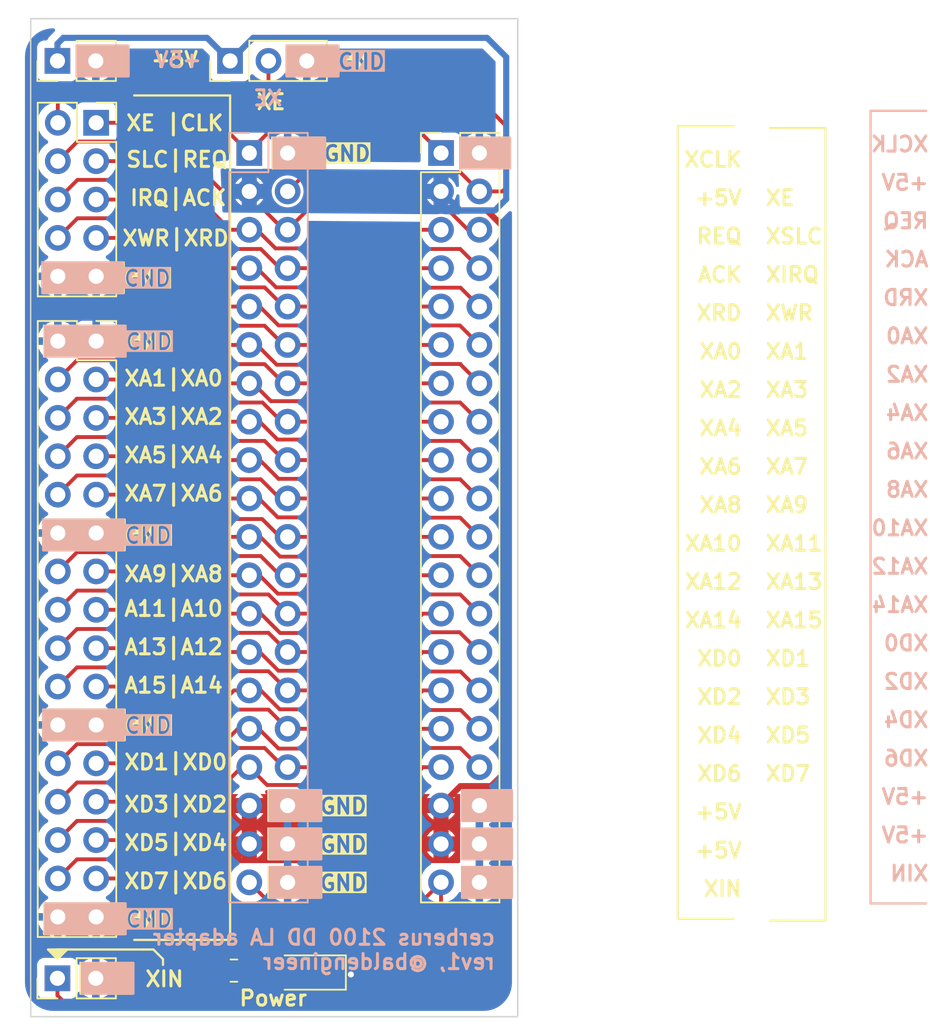
<source format=kicad_pcb>
(kicad_pcb (version 20240108) (generator "pcbnew") (generator_version "8.0")
  (layers (0 "F.Cu" signal) (31 "B.Cu" signal) (34 "B.Paste" user) (35 "F.Paste" user) (36 "B.SilkS" user "B.Silkscreen") (37 "F.SilkS" user "F.Silkscreen") (38 "B.Mask" user) (39 "F.Mask" user) (44 "Edge.Cuts" user))
  (net 0 "")
  (net 1 "/XA3")
  (net 2 "GND")
  (net 3 "/XA8")
  (net 4 "/XA11")
  (net 5 "/XD6")
  (net 6 "/XBUSREQ")
  (net 7 "/XD3")
  (net 8 "/XA7")
  (net 9 "/XA0")
  (net 10 "/XD0")
  (net 11 "+5V")
  (net 12 "/XE")
  (net 13 "/XCLK")
  (net 14 "/XWR")
  (net 15 "/XA14")
  (net 16 "/XIRQ")
  (net 17 "/XA2")
  (net 18 "/XA6")
  (net 19 "/XD1")
  (net 20 "/XA15")
  (net 21 "/XD2")
  (net 22 "/XA13")
  (net 23 "/XD5")
  (net 24 "/XA5")
  (net 25 "/XSLC")
  (net 26 "/XA10")
  (net 27 "/XRD")
  (net 28 "/XA12")
  (net 29 "/XBUSACK")
  (net 30 "/XA4")
  (net 31 "/XA9")
  (net 32 "/XD4")
  (net 33 "/XA1")
  (net 34 "/XIN")
  (net 35 "/XD7")
  (net 36 "Net-(D1-A)")
  (footprint "Connector_PinSocket_2.54mm:PinSocket_2x16_P2.54mm_Vertical" (layer "F.Cu") (at 139.72 78.486)
    (property "Reference" "J4" (hide yes))
    (property "Value" "Addr_Data")
  )
  (footprint "LED_SMD:LED_1206_3216Metric_Pad1.42x1.75mm_HandSolder" (layer "F.Cu") (at 153.797 120.269 180)
    (property "Reference" "D1" (hide yes))
    (property "Value" "Pwr")
  )
  (footprint "Connector_PinHeader_2.54mm:PinHeader_1x02_P2.54mm_Vertical" (layer "F.Cu") (at 137.155 120.65 90)
    (property "Reference" "J6" (hide yes))
    (property "Value" "XIN_LA")
  )
  (footprint "Connector_PinHeader_2.54mm:PinHeader_1x02_P2.54mm_Vertical" (layer "F.Cu") (at 137.155 59.944 90)
    (property "Reference" "J7" (hide yes))
    (property "Value" "Power")
  )
  (footprint "Connector_PinHeader_2.54mm:PinHeader_2x20_P2.54mm_Vertical" (layer "F.Cu") (at 162.56 66.039293)
    (property "Reference" "J2" (hide yes))
    (property "Value" "Card_Header")
  )
  (footprint "Connector_PinSocket_2.54mm:PinSocket_2x05_P2.54mm_Vertical" (layer "F.Cu") (at 139.72 64.038)
    (property "Reference" "J5" (hide yes))
    (property "Value" "CTRL2")
  )
  (footprint "Resistor_SMD:R_0805_2012Metric_Pad1.20x1.40mm_HandSolder" (layer "F.Cu") (at 148.844 120.142)
    (property "Reference" "R1" (hide yes))
    (property "Value" "1k")
  )
  (footprint "Connector_PinHeader_2.54mm:PinHeader_1x03_P2.54mm_Vertical" (layer "F.Cu") (at 148.59 59.944 90)
    (property "Reference" "J3" (hide yes))
    (property "Value" "XE_Header")
  )
  (footprint "Connector_PinSocket_2.54mm:PinSocket_2x20_P2.54mm_Vertical" (layer "B.Cu") (at 149.86 66.04 180)
    (property "Reference" "J1" (hide yes))
    (property "Value" "Cerberus_Expansion" (hide yes))
  )
  (gr_rect (start 136.2075 90.297) (end 141.5415 92.329) (stroke (width 0.15)) (fill solid) (layer "B.SilkS"))
  (gr_rect (start 136.15277 73.279) (end 141.48677 75.311) (stroke (width 0.15)) (fill solid) (layer "B.SilkS"))
  (gr_rect (start 163.957 113.284) (end 167.259 115.316) (stroke (width 0.15)) (fill solid) (layer "B.SilkS"))
  (gr_rect (start 138.43 58.928) (end 141.859 60.96) (stroke (width 0.15)) (fill solid) (layer "B.SilkS"))
  (gr_rect (start 151.20227 110.744) (end 154.63127 112.776) (stroke (width 0.15)) (fill solid) (layer "B.SilkS"))
  (gr_line (start 191.008 115.697) (end 191.008 63.246) (stroke (width 0.15)) (layer "B.SilkS"))
  (gr_rect (start 151.20227 108.204) (end 154.63127 110.236) (stroke (width 0.15)) (fill solid) (layer "B.SilkS"))
  (gr_line (start 191.008 63.246) (end 194.691 63.246) (stroke (width 0.15)) (layer "B.SilkS"))
  (gr_rect (start 136.3345 77.47) (end 141.6685 79.502) (stroke (width 0.15)) (fill solid) (layer "B.SilkS"))
  (gr_rect (start 136.2075 102.87) (end 141.5415 104.902) (stroke (width 0.15)) (fill solid) (layer "B.SilkS"))
  (gr_line (start 194.691 115.697) (end 191.008 115.697) (stroke (width 0.15)) (layer "B.SilkS"))
  (gr_rect (start 163.957 110.744) (end 167.259 112.776) (stroke (width 0.15)) (fill solid) (layer "B.SilkS"))
  (gr_rect (start 151.20227 113.284) (end 154.63127 115.316) (stroke (width 0.15)) (fill solid) (layer "B.SilkS"))
  (gr_rect (start 163.957 108.204) (end 167.259 110.236) (stroke (width 0.15)) (fill solid) (layer "B.SilkS"))
  (gr_rect (start 152.3365 58.928) (end 155.7655 60.96) (stroke (width 0.15)) (fill solid) (layer "B.SilkS"))
  (gr_rect (start 151.45627 65.024) (end 154.88527 67.056) (stroke (width 0.15)) (fill solid) (layer "B.SilkS"))
  (gr_rect (start 163.83 65.024) (end 167.132 67.056) (stroke (width 0.15)) (fill solid) (layer "B.SilkS"))
  (gr_rect (start 136.3345 115.697) (end 141.6685 117.729) (stroke (width 0.15)) (fill solid) (layer "B.SilkS"))
  (gr_rect (start 138.75627 119.634) (end 142.18527 121.666) (stroke (width 0.15)) (fill solid) (layer "B.SilkS"))
  (gr_line (start 137.16 118.745) (end 142.875 118.745) (stroke (width 0.15)) (layer "F.SilkS"))
  (gr_rect (start 138.684 119.634) (end 142.113 121.666) (stroke (width 0.15)) (fill solid) (layer "F.SilkS"))
  (gr_rect (start 138.43 58.928) (end 141.859 60.96) (stroke (width 0.15)) (fill solid) (layer "F.SilkS"))
  (gr_line (start 143.51 118.745) (end 144.145 119.38) (stroke (width 0.15)) (layer "F.SilkS"))
  (gr_line (start 178.2445 64.262) (end 181.9275 64.262) (stroke (width 0.15)) (layer "F.SilkS"))
  (gr_rect (start 136.271 77.47) (end 141.605 79.502) (stroke (width 0.15)) (fill solid) (layer "F.SilkS"))
  (gr_line (start 142.875 118.745) (end 143.51 118.745) (stroke (width 0.15)) (layer "F.SilkS"))
  (gr_line (start 181.9275 116.713) (end 178.2445 116.713) (stroke (width 0.15)) (layer "F.SilkS"))
  (gr_rect (start 152.32773 58.928) (end 155.75673 60.96) (stroke (width 0.15)) (fill solid) (layer "F.SilkS"))
  (gr_rect (start 136.271 90.297) (end 141.605 92.329) (stroke (width 0.15)) (fill solid) (layer "F.SilkS"))
  (gr_line (start 188.0235 116.84) (end 184.3405 116.84) (stroke (width 0.15)) (layer "F.SilkS"))
  (gr_line (start 188.0235 64.389) (end 188.0235 116.84) (stroke (width 0.15)) (layer "F.SilkS"))
  (gr_rect (start 151.384 65.024) (end 154.813 67.056) (stroke (width 0.15)) (fill solid) (layer "F.SilkS"))
  (gr_rect (start 163.83 65.024) (end 167.132 67.056) (stroke (width 0.15)) (fill solid) (layer "F.SilkS"))
  (gr_rect (start 163.957 113.284) (end 167.259 115.316) (stroke (width 0.15)) (fill solid) (layer "F.SilkS"))
  (gr_poly (pts (xy 137.795 118.745) (xy 137.16 119.38) (xy 136.525 118.745)) (stroke (width 0.15)) (fill solid) (layer "F.SilkS"))
  (gr_line (start 142.24 62.23) (end 148.59 62.23) (stroke (width 0.15)) (layer "F.SilkS"))
  (gr_rect (start 151.13 110.744) (end 154.559 112.776) (stroke (width 0.15)) (fill solid) (layer "F.SilkS"))
  (gr_rect (start 163.957 108.204) (end 167.259 110.236) (stroke (width 0.15)) (fill solid) (layer "F.SilkS"))
  (gr_rect (start 151.13 108.204) (end 154.559 110.236) (stroke (width 0.15)) (fill solid) (layer "F.SilkS"))
  (gr_line (start 148.59 118.11) (end 142.24 118.11) (stroke (width 0.15)) (layer "F.SilkS"))
  (gr_line (start 184.3405 64.389) (end 188.0235 64.389) (stroke (width 0.15)) (layer "F.SilkS"))
  (gr_line (start 178.2445 116.713) (end 178.2445 64.262) (stroke (width 0.15)) (layer "F.SilkS"))
  (gr_rect (start 163.957 110.744) (end 167.259 112.776) (stroke (width 0.15)) (fill solid) (layer "F.SilkS"))
  (gr_line (start 144.145 119.38) (end 144.145 119.761) (stroke (width 0.15)) (layer "F.SilkS"))
  (gr_line (start 137.16 119.38) (end 137.16 118.745) (stroke (width 0.15)) (layer "F.SilkS"))
  (gr_rect (start 136.271 115.697) (end 141.605 117.729) (stroke (width 0.15)) (fill solid) (layer "F.SilkS"))
  (gr_rect (start 151.13 113.284) (end 154.559 115.316) (stroke (width 0.15)) (fill solid) (layer "F.SilkS"))
  (gr_rect (start 136.271 102.87) (end 141.605 104.902) (stroke (width 0.15)) (fill solid) (layer "F.SilkS"))
  (gr_rect (start 136.2075 73.279) (end 141.5415 75.311) (stroke (width 0.15)) (fill solid) (layer "F.SilkS"))
  (gr_line (start 148.59 62.23) (end 148.59 118.11) (stroke (width 0.15)) (layer "F.SilkS"))
  (gr_rect (start 135.382 57.15) (end 167.64 123.19) (stroke (width 0.1)) (fill none) (layer "Edge.Cuts"))
  (gr_text "XD2" (at 194.945 101.6 -0) (layer "B.SilkS") (effects (font (size 1 1) (thickness 0.2)) (justify left bottom mirror)))
  (gr_text "+5V" (at 146.812 60.452 -0) (layer "B.SilkS") (effects (font (size 1 1) (thickness 0.2)) (justify left bottom mirror)))
  (gr_text "XA4" (at 194.945 83.82 -0) (layer "B.SilkS") (effects (font (size 1 1) (thickness 0.2)) (justify left bottom mirror)))
  (gr_text "XA10" (at 194.945 91.44 -0) (layer "B.SilkS") (effects (font (size 1 1) (thickness 0.2)) (justify left bottom mirror)))
  (gr_text "+5V" (at 194.945 68.58 -0) (layer "B.SilkS") (effects (font (size 1 1) (thickness 0.2)) (justify left bottom mirror)))
  (gr_text "XA6" (at 194.945 86.36 -0) (layer "B.SilkS") (effects (font (size 1 1) (thickness 0.2)) (justify left bottom mirror)))
  (gr_text "XE" (at 152.146 62.992 -0) (layer "B.SilkS") (effects (font (size 1 1) (thickness 0.2)) (justify left bottom mirror)))
  (gr_text "+5V" (at 194.945 109.22 -0) (layer "B.SilkS") (effects (font (size 1 1) (thickness 0.2)) (justify left bottom mirror)))
  (gr_text "XA2" (at 194.945 81.28 -0) (layer "B.SilkS") (effects (font (size 1 1) (thickness 0.2)) (justify left bottom mirror)))
  (gr_text "REQ" (at 194.945 71.12 -0) (layer "B.SilkS") (effects (font (size 1 1) (thickness 0.2)) (justify left bottom mirror)))
  (gr_text "XIN" (at 194.945 114.3 -0) (layer "B.SilkS") (effects (font (size 1 1) (thickness 0.2)) (justify left bottom mirror)))
  (gr_text "+5V" (at 194.945 111.76 -0) (layer "B.SilkS") (effects (font (size 1 1) (thickness 0.2)) (justify left bottom mirror)))
  (gr_text "XCLK" (at 194.945 66.04 -0) (layer "B.SilkS") (effects (font (size 1 1) (thickness 0.2)) (justify left bottom mirror)))
  (gr_text "GND" (at 141.42327 73.66 180) (layer "B.SilkS" knockout) (effects (font (size 1 1) (thickness 0.2) (bold yes)) (justify left bottom mirror)))
  (gr_text "XD4" (at 194.945 104.14 -0) (layer "B.SilkS") (effects (font (size 1 1) (thickness 0.2)) (justify left bottom mirror)))
  (gr_text "XRD" (at 194.945 76.2 -0) (layer "B.SilkS") (effects (font (size 1 1) (thickness 0.2)) (justify left bottom mirror)))
  (gr_text "XA8" (at 194.945 88.9 -0) (layer "B.SilkS") (effects (font (size 1 1) (thickness 0.2)) (justify left bottom mirror)))
  (gr_text "XA12" (at 194.945 93.98 -0) (layer "B.SilkS") (effects (font (size 1 1) (thickness 0.2)) (justify left bottom mirror)))
  (gr_text "XD0" (at 194.945 99.06 -0) (layer "B.SilkS") (effects (font (size 1 1) (thickness 0.2)) (justify left bottom mirror)))
  (gr_text "XD6" (at 194.945 106.68 -0) (layer "B.SilkS") (effects (font (size 1 1) (thickness 0.2)) (justify left bottom mirror)))
  (gr_text "GND" (at 141.605 116.078 180) (layer "B.SilkS" knockout) (effects (font (size 1 1) (thickness 0.2) (bold yes)) (justify left bottom mirror)))
  (gr_text "GND" (at 141.478 90.678 180) (layer "B.SilkS" knockout) (effects (font (size 1 1) (thickness 0.2) (bold yes)) (justify left bottom mirror)))
  (gr_text "GND" (at 141.478 103.251 180) (layer "B.SilkS" knockout) (effects (font (size 1 1) (thickness 0.2) (bold yes)) (justify left bottom mirror)))
  (gr_text "cerberus 2100 DD LA adapter\nrev1, @baldengineer" (at 166.243 120.142 0) (layer "B.SilkS") (effects (font (size 1 1) (thickness 0.2) (bold yes)) (justify left bottom mirror)))
  (gr_text "GND" (at 155.6385 59.309 180) (layer "B.SilkS" knockout) (effects (font (size 1 1) (thickness 0.2) (bold yes)) (justify left bottom mirror)))
  (gr_text "ACK" (at 194.945 73.66 -0) (layer "B.SilkS") (effects (font (size 1 1) (thickness 0.2)) (justify left bottom mirror)))
  (gr_text "XA14" (at 194.945 96.52 -0) (layer "B.SilkS") (effects (font (size 1 1) (thickness 0.2)) (justify left bottom mirror)))
  (gr_text "XA0" (at 194.945 78.74 -0) (layer "B.SilkS") (effects (font (size 1 1) (thickness 0.2)) (justify left bottom mirror)))
  (gr_text "GND" (at 141.605 77.851 180) (layer "B.SilkS" knockout) (effects (font (size 1 1) (thickness 0.2) (bold yes)) (justify left bottom mirror)))
  (gr_text "Power" (at 149.098 122.555 0) (layer "F.SilkS") (effects (font (size 1 1) (thickness 0.2) (bold yes)) (justify left bottom)))
  (gr_text "GND" (at 154.686 66.675 0) (layer "F.SilkS" knockout) (effects (font (size 1 1) (thickness 0.2) (bold yes)) (justify left bottom)))
  (gr_text "XA5" (at 183.9595 84.836 0) (layer "F.SilkS") (effects (font (size 1 1) (thickness 0.2)) (justify left bottom)))
  (gr_text "+5V" (at 179.276286 69.596 0) (layer "F.SilkS") (effects (font (size 1 1) (thickness 0.2)) (justify left bottom)))
  (gr_text "XA5|XA4" (at 141.478 86.614 0) (layer "F.SilkS") (effects (font (size 1 1) (thickness 0.2)) (justify left bottom)))
  (gr_text "XD7" (at 183.9595 107.696 0) (layer "F.SilkS") (effects (font (size 1 1) (thickness 0.2)) (justify left bottom)))
  (gr_text "A15|A14" (at 141.478 101.854 0) (layer "F.SilkS") (effects (font (size 1 1) (thickness 0.2)) (justify left bottom)))
  (gr_text "GND" (at 141.478 74.93 0) (layer "F.SilkS" knockout) (effects (font (size 1 1) (thickness 0.2) (bold yes)) (justify left bottom)))
  (gr_text "XA8" (at 179.562 89.916 0) (layer "F.SilkS") (effects (font (size 1 1) (thickness 0.2)) (justify left bottom)))
  (gr_text "GND" (at 141.5415 91.948 0) (layer "F.SilkS" knockout) (effects (font (size 1 1) (thickness 0.2) (bold yes)) (justify left bottom)))
  (gr_text "XA6" (at 179.562 87.376 0) (layer "F.SilkS") (effects (font (size 1 1) (thickness 0.2)) (justify left bottom)))
  (gr_text "REQ" (at 179.371524 72.136 0) (layer "F.SilkS") (effects (font (size 1 1) (thickness 0.2)) (justify left bottom)))
  (gr_text "A11|A10" (at 141.478 96.774 0) (layer "F.SilkS") (effects (font (size 1 1) (thickness 0.2)) (justify left bottom)))
  (gr_text "XD5|XD4" (at 141.478 112.268 0) (layer "F.SilkS") (effects (font (size 1 1) (thickness 0.2)) (justify left bottom)))
  (gr_text "XA0" (at 179.562 79.756 0) (layer "F.SilkS") (effects (font (size 1 1) (thickness 0.2)) (justify left bottom)))
  (gr_text "XA10" (at 178.609619 92.456 0) (layer "F.SilkS") (effects (font (size 1 1) (thickness 0.2)) (justify left bottom)))
  (gr_text "XA14" (at 178.609619 97.536 0) (layer "F.SilkS") (effects (font (size 1 1) (thickness 0.2)) (justify left bottom)))
  (gr_text "XWR" (at 183.9595 77.216 0) (layer "F.SilkS") (effects (font (size 1 1) (thickness 0.2)) (justify left bottom)))
  (gr_text "XA13" (at 183.9595 94.996 0) (layer "F.SilkS") (effects (font (size 1 1) (thickness 0.2)) (justify left bottom)))
  (gr_text "IRQ|ACK" (at 141.859 69.596 0) (layer "F.SilkS") (effects (font (size 1 1) (thickness 0.2)) (justify left bottom)))
  (gr_text "+5V" (at 179.276286 112.776 0) (layer "F.SilkS") (effects (font (size 1 1) (thickness 0.2)) (justify left bottom)))
  (gr_text "XIN" (at 179.847715 115.316 0) (layer "F.SilkS") (effects (font (size 1 1) (thickness 0.2)) (justify left bottom)))
  (gr_text "XD3|XD2" (at 141.478 109.728 0) (layer "F.SilkS") (effects (font (size 1 1) (thickness 0.2)) (justify left bottom)))
  (gr_text "XA7|XA6" (at 141.478 89.154 0) (layer "F.SilkS") (effects (font (size 1 1) (thickness 0.2)) (justify left bottom)))
  (gr_text "XA7" (at 183.9595 87.376 0) (layer "F.SilkS") (effects (font (size 1 1) (thickness 0.2)) (justify left bottom)))
  (gr_text "+5V" (at 179.276286 110.236 0) (layer "F.SilkS") (effects (font (size 1 1) (thickness 0.2)) (justify left bottom)))
  (gr_text "XA15" (at 183.9595 97.536 0) (layer "F.SilkS") (effects (font (size 1 1) (thickness 0.2)) (justify left bottom)))
  (gr_text "+5V" (at 143.256 60.452 0) (layer "F.SilkS") (effects (font (size 1 1) (thickness 0.2)) (justify left bottom)))
  (gr_text "ACK" (at 179.466762 74.676 0) (layer "F.SilkS") (effects (font (size 1 1) (thickness 0.2)) (justify left bottom)))
  (gr_text "XD5" (at 183.9595 105.156 0) (layer "F.SilkS") (effects (font (size 1 1) (thickness 0.2)) (justify left bottom)))
  (gr_text "XA2" (at 179.562 82.296 0) (layer "F.SilkS") (effects (font (size 1 1) (thickness 0.2)) (justify left bottom)))
  (gr_text "XA12" (at 178.609619 94.996 0) (layer "F.SilkS") (effects (font (size 1 1) (thickness 0.2)) (justify left bottom)))
  (gr_text "XD0" (at 179.419143 100.076 0) (layer "F.SilkS") (effects (font (size 1 1) (thickness 0.2)) (justify left bottom)))
  (gr_text "XD6" (at 179.419143 107.696 0) (layer "F.SilkS") (effects (font (size 1 1) (thickness 0.2)) (justify left bottom)))
  (gr_text "XE |CLK" (at 141.605 64.643 0) (layer "F.SilkS") (effects (font (size 1 1) (thickness 0.2)) (justify left bottom)))
  (gr_text "XD3" (at 183.9595 102.616 0) (layer "F.SilkS") (effects (font (size 1 1) (thickness 0.2)) (justify left bottom)))
  (gr_text "XA1" (at 183.9595 79.756 0) (layer "F.SilkS") (effects (font (size 1 1) (thickness 0.2)) (justify left bottom)))
  (gr_text "GND" (at 141.5415 104.521 0) (layer "F.SilkS" knockout) (effects (font (size 1 1) (thickness 0.2) (bold yes)) (justify left bottom)))
  (gr_text "XIN" (at 142.875 121.285 0) (layer "F.SilkS") (effects (font (size 1 1) (thickness 0.2)) (justify left bottom)))
  (gr_text "XD1|XD0" (at 141.478 106.934 0) (layer "F.SilkS") (effects (font (size 1 1) (thickness 0.2)) (justify left bottom)))
  (gr_text "SLC|REQ" (at 141.605 67.056 0) (layer "F.SilkS") (effects (font (size 1 1) (thickness 0.2)) (justify left bottom)))
  (gr_text "GND" (at 155.62973 60.579 0) (layer "F.SilkS" knockout) (effects (font (size 1 1) (thickness 0.2) (bold yes)) (justify left bottom)))
  (gr_text "XA4" (at 179.562 84.836 0) (layer "F.SilkS") (effects (font (size 1 1) (thickness 0.2)) (justify left bottom)))
  (gr_text "XA3|XA2" (at 141.478 84.074 0) (layer "F.SilkS") (effects (font (size 1 1) (thickness 0.2)) (justify left bottom)))
  (gr_text "XD1" (at 183.9595 100.076 0) (layer "F.SilkS") (effects (font (size 1 1) (thickness 0.2)) (justify left bottom)))
  (gr_text "XD2" (at 179.419143 102.616 0) (layer "F.SilkS") (effects (font (size 1 1) (thickness 0.2)) (justify left bottom)))
  (gr_text "XRD" (at 179.371524 77.216 0) (layer "F.SilkS") (effects (font (size 1 1) (thickness 0.2)) (justify left bottom)))
  (gr_text "XE" (at 150.241 63.246 0) (layer "F.SilkS") (effects (font (size 1 1) (thickness 0.2)) (justify left bottom)))
  (gr_text "XA3" (at 183.9595 82.296 0) (layer "F.SilkS") (effects (font (size 1 1) (thickness 0.2)) (justify left bottom)))
  (gr_text "A13|A12" (at 141.478 99.314 0) (layer "F.SilkS") (effects (font (size 1 1) (thickness 0.2)) (justify left bottom)))
  (gr_text "GND" (at 154.432 109.855 0) (layer "F.SilkS" knockout) (effects (font (size 1 1) (thickness 0.2) (bold yes)) (justify left bottom)))
  (gr_text "XA9" (at 183.9595 89.916 0) (layer "F.SilkS") (effects (font (size 1 1) (thickness 0.2)) (justify left bottom)))
  (gr_text "XWR|XRD" (at 141.351 72.263 0) (layer "F.SilkS") (effects (font (size 1 1) (thickness 0.2)) (justify left bottom)))
  (gr_text "XIRQ" (at 183.9595 74.676 0) (layer "F.SilkS") (effects (font (size 1 1) (thickness 0.2)) (justify left bottom)))
  (gr_text "GND" (at 154.432 112.395 0) (layer "F.SilkS" knockout) (effects (font (size 1 1) (thickness 0.2) (bold yes)) (justify left bottom)))
  (gr_text "XSLC" (at 183.9595 72.136 0) (layer "F.SilkS") (effects (font (size 1 1) (thickness 0.2)) (justify left bottom)))
  (gr_text "XD4" (at 179.419143 105.156 0) (layer "F.SilkS") (effects (font (size 1 1) (thickness 0.2)) (justify left bottom)))
  (gr_text "GND" (at 141.5415 117.348 0) (layer "F.SilkS" knockout) (effects (font (size 1 1) (thickness 0.2) (bold yes)) (justify left bottom)))
  (gr_text "XD7|XD6" (at 141.478 114.808 0) (layer "F.SilkS") (effects (font (size 1 1) (thickness 0.2)) (justify left bottom)))
  (gr_text "XE" (at 183.9595 69.596 0) (layer "F.SilkS") (effects (font (size 1 1) (thickness 0.2)) (justify left bottom)))
  (gr_text "XA11" (at 183.9595 92.456 0) (layer "F.SilkS") (effects (font (size 1 1) (thickness 0.2)) (justify left bottom)))
  (gr_text "XA9|XA8" (at 141.478 94.488 0) (layer "F.SilkS") (effects (font (size 1 1) (thickness 0.2)) (justify left bottom)))
  (gr_text "XA1|XA0" (at 141.478 81.534 0) (layer "F.SilkS") (effects (font (size 1 1) (thickness 0.2)) (justify left bottom)))
  (gr_text "GND" (at 141.5415 79.121 0) (layer "F.SilkS" knockout) (effects (font (size 1 1) (thickness 0.2) (bold yes)) (justify left bottom)))
  (gr_text "XCLK" (at 178.562 67.056 0) (layer "F.SilkS") (effects (font (size 1 1) (thickness 0.2)) (justify left bottom)))
  (gr_text "GND" (at 154.432 114.935 0) (layer "F.SilkS" knockout) (effects (font (size 1 1) (thickness 0.2) (bold yes)) (justify left bottom)))
  (segment (start 141.986 82.296) (end 144.272 80.01) (width 0.254) (layer "F.Cu") (net 1))
  (segment (start 163.85 80.03) (end 163.85 80) (width 0.254) (layer "F.Cu") (net 1))
  (segment (start 159.25 81.3) (end 159.23 81.28) (width 0.254) (layer "F.Cu") (net 1))
  (segment (start 159.23 81.28) (end 152.4 81.28) (width 0.254) (layer "F.Cu") (net 1))
  (segment (start 138.43 82.316) (end 138.43 82.296) (width 0.254) (layer "F.Cu") (net 1))
  (segment (start 138.43 82.296) (end 141.986 82.296) (width 0.254) (layer "F.Cu") (net 1))
  (segment (start 160.75 80) (end 159.45 81.3) (width 0.254) (layer "F.Cu") (net 1))
  (segment (start 137.18 83.566) (end 138.43 82.316) (width 0.254) (layer "F.Cu") (net 1))
  (segment (start 152.146 81.28) (end 152.4 81.28) (width 0.254) (layer "F.Cu") (net 1))
  (segment (start 144.272 80.01) (end 150.876 80.01) (width 0.254) (layer "F.Cu") (net 1))
  (segment (start 163.85 80) (end 160.75 80) (width 0.254) (layer "F.Cu") (net 1))
  (segment (start 150.876 80.01) (end 152.146 81.28) (width 0.254) (layer "F.Cu") (net 1))
  (segment (start 159.45 81.3) (end 159.25 81.3) (width 0.254) (layer "F.Cu") (net 1))
  (segment (start 165.1 81.28) (end 163.85 80.03) (width 0.254) (layer "F.Cu") (net 1))
  (segment (start 156.464 120.269) (end 156.591 120.396) (width 0.254) (layer "F.Cu") (net 2))
  (segment (start 155.2845 120.269) (end 156.464 120.269) (width 0.254) (layer "F.Cu") (net 2))
  (via (at 156.591 120.396) (size 0.8) (drill 0.4) (layers "F.Cu" "B.Cu") (net 2))
  (segment (start 150.5 88.9) (end 151.75 90.15) (width 0.254) (layer "F.Cu") (net 3))
  (segment (start 151.75 90.15) (end 159.6 90.15) (width 0.254) (layer "F.Cu") (net 3))
  (segment (start 160.85 88.9) (end 162.56 88.9) (width 0.254) (layer "F.Cu") (net 3))
  (segment (start 149.86 88.9) (end 150.5 88.9) (width 0.254) (layer "F.Cu") (net 3))
  (segment (start 139.72 93.726) (end 143.002 93.726) (width 0.254) (layer "F.Cu") (net 3))
  (segment (start 159.6 90.15) (end 160.85 88.9) (width 0.254) (layer "F.Cu") (net 3))
  (segment (start 147.828 88.9) (end 149.86 88.9) (width 0.254) (layer "F.Cu") (net 3))
  (segment (start 143.002 93.726) (end 147.828 88.9) (width 0.254) (layer "F.Cu") (net 3))
  (segment (start 150.7118 90.2598) (end 151.892 91.44) (width 0.254) (layer "F.Cu") (net 4))
  (segment (start 163.83 90.17) (end 160.78 90.17) (width 0.254) (layer "F.Cu") (net 4))
  (segment (start 137.18 96.266) (end 138.45 94.996) (width 0.254) (layer "F.Cu") (net 4))
  (segment (start 148.2462 90.2598) (end 150.7118 90.2598) (width 0.254) (layer "F.Cu") (net 4))
  (segment (start 143.51 94.996) (end 148.2462 90.2598) (width 0.254) (layer "F.Cu") (net 4))
  (segment (start 159.51 91.44) (end 152.4 91.44) (width 0.254) (layer "F.Cu") (net 4))
  (segment (start 165.1 91.44) (end 163.83 90.17) (width 0.254) (layer "F.Cu") (net 4))
  (segment (start 138.45 94.996) (end 143.51 94.996) (width 0.254) (layer "F.Cu") (net 4))
  (segment (start 151.892 91.44) (end 152.4 91.44) (width 0.254) (layer "F.Cu") (net 4))
  (segment (start 160.78 90.17) (end 159.51 91.44) (width 0.254) (layer "F.Cu") (net 4))
  (segment (start 141.986 114.046) (end 149.352 106.68) (width 0.254) (layer "F.Cu") (net 5))
  (segment (start 160.177719 107.8602) (end 161.357919 106.68) (width 0.254) (layer "F.Cu") (net 5))
  (segment (start 149.352 106.68) (end 149.86 106.68) (width 0.254) (layer "F.Cu") (net 5))
  (segment (start 151.0402 107.8602) (end 160.177719 107.8602) (width 0.254) (layer "F.Cu") (net 5))
  (segment (start 139.72 114.046) (end 141.986 114.046) (width 0.254) (layer "F.Cu") (net 5))
  (segment (start 149.86 106.68) (end 151.0402 107.8602) (width 0.254) (layer "F.Cu") (net 5))
  (segment (start 161.357919 106.68) (end 162.56 106.68) (width 0.254) (layer "F.Cu") (net 5))
  (segment (start 149.86 71.12) (end 148.59 71.12) (width 0.254) (layer "F.Cu") (net 6))
  (segment (start 151.598 72.35) (end 159 72.35) (width 0.254) (layer "F.Cu") (net 6))
  (segment (start 144.048 66.578) (end 139.72 66.578) (width 0.254) (layer "F.Cu") (net 6))
  (segment (start 160.23 71.12) (end 162.56 71.12) (width 0.254) (layer "F.Cu") (net 6))
  (segment (start 148.59 71.12) (end 144.048 66.578) (width 0.254) (layer "F.Cu") (net 6))
  (segment (start 159 72.35) (end 160.23 71.12) (width 0.254) (layer "F.Cu") (net 6))
  (segment (start 149.86 71.12) (end 150.368 71.12) (width 0.254) (layer "F.Cu") (net 6))
  (segment (start 150.368 71.12) (end 151.598 72.35) (width 0.254) (layer "F.Cu") (net 6))
  (segment (start 151.13 100.33) (end 152.4 101.6) (width 0.254) (layer "F.Cu") (net 7))
  (segment (start 137.18 108.966) (end 138.45 107.696) (width 0.254) (layer "F.Cu") (net 7))
  (segment (start 160.15 101.6) (end 152.4 101.6) (width 0.254) (layer "F.Cu") (net 7))
  (segment (start 165.1 101.6) (end 163.85 100.35) (width 0.254) (layer "F.Cu") (net 7))
  (segment (start 138.45 107.696) (end 140.97 107.696) (width 0.254) (layer "F.Cu") (net 7))
  (segment (start 148.336 100.33) (end 151.13 100.33) (width 0.254) (layer "F.Cu") (net 7))
  (segment (start 140.97 107.696) (end 148.336 100.33) (width 0.254) (layer "F.Cu") (net 7))
  (segment (start 163.85 100.35) (end 161.4 100.35) (width 0.254) (layer "F.Cu") (net 7))
  (segment (start 161.4 100.35) (end 160.15 101.6) (width 0.254) (layer "F.Cu") (net 7))
  (segment (start 143.764 87.376) (end 146.05 85.09) (width 0.254) (layer "F.Cu") (net 8))
  (segment (start 138.45 87.376) (end 143.764 87.376) (width 0.254) (layer "F.Cu") (net 8))
  (segment (start 152.146 86.36) (end 152.4 86.36) (width 0.254) (layer "F.Cu") (net 8))
  (segment (start 137.18 88.646) (end 138.45 87.376) (width 0.254) (layer "F.Cu") (net 8))
  (segment (start 150.876 85.09) (end 152.146 86.36) (width 0.254) (layer "F.Cu") (net 8))
  (segment (start 165.1 86.36) (end 163.83 85.09) (width 0.254) (layer "F.Cu") (net 8))
  (segment (start 159.69 86.36) (end 152.4 86.36) (width 0.254) (layer "F.Cu") (net 8))
  (segment (start 163.83 85.09) (end 160.96 85.09) (width 0.254) (layer "F.Cu") (net 8))
  (segment (start 160.96 85.09) (end 159.69 86.36) (width 0.254) (layer "F.Cu") (net 8))
  (segment (start 146.05 85.09) (end 150.876 85.09) (width 0.254) (layer "F.Cu") (net 8))
  (segment (start 144.018 78.74) (end 149.86 78.74) (width 0.254) (layer "F.Cu") (net 9))
  (segment (start 151.678 80.05) (end 159.75 80.05) (width 0.254) (layer "F.Cu") (net 9))
  (segment (start 161.06 78.74) (end 162.56 78.74) (width 0.254) (layer "F.Cu") (net 9))
  (segment (start 150.368 78.74) (end 151.678 80.05) (width 0.254) (layer "F.Cu") (net 9))
  (segment (start 139.72 81.026) (end 141.732 81.026) (width 0.254) (layer "F.Cu") (net 9))
  (segment (start 159.75 80.05) (end 161.06 78.74) (width 0.254) (layer "F.Cu") (net 9))
  (segment (start 149.86 78.74) (end 150.368 78.74) (width 0.254) (layer "F.Cu") (net 9))
  (segment (start 141.732 81.026) (end 144.018 78.74) (width 0.254) (layer "F.Cu") (net 9))
  (segment (start 139.72 106.426) (end 141.224 106.426) (width 0.254) (layer "F.Cu") (net 10))
  (segment (start 148.59 99.06) (end 149.86 99.06) (width 0.254) (layer "F.Cu") (net 10))
  (segment (start 141.224 106.426) (end 148.59 99.06) (width 0.254) (layer "F.Cu") (net 10))
  (segment (start 149.86 99.06) (end 150.549472 99.06) (width 0.254) (layer "F.Cu") (net 10))
  (segment (start 150.549472 99.06) (end 151.789472 100.3) (width 0.254) (layer "F.Cu") (net 10))
  (segment (start 160.1 100.3) (end 161.34 99.06) (width 0.254) (layer "F.Cu") (net 10))
  (segment (start 151.789472 100.3) (end 160.1 100.3) (width 0.254) (layer "F.Cu") (net 10))
  (segment (start 161.34 99.06) (end 162.56 99.06) (width 0.254) (layer "F.Cu") (net 10))
  (segment (start 147.844 120.142) (end 147.59 119.888) (width 0.508) (layer "F.Cu") (net 11))
  (segment (start 163.8436 107.935693) (end 165.876307 107.935693) (width 0.4064) (layer "F.Cu") (net 11))
  (segment (start 165.876307 107.935693) (end 166.878 106.934) (width 0.4064) (layer "F.Cu") (net 11))
  (segment (start 147.59 114.03) (end 149.86 111.76) (width 0.508) (layer "F.Cu") (net 11))
  (segment (start 165.607525 69.85) (end 163.830707 69.85) (width 0.4064) (layer "F.Cu") (net 11))
  (segment (start 147.59 119.888) (end 147.59 114.03) (width 0.508) (layer "F.Cu") (net 11))
  (segment (start 166.878 106.934) (end 166.878 71.120475) (width 0.4064) (layer "F.Cu") (net 11))
  (segment (start 166.878 71.120475) (end 165.607525 69.85) (width 0.4064) (layer "F.Cu") (net 11))
  (segment (start 163.830707 69.85) (end 162.56 68.579293) (width 0.4064) (layer "F.Cu") (net 11))
  (segment (start 162.56 109.219293) (end 163.8436 107.935693) (width 0.4064) (layer "F.Cu") (net 11))
  (segment (start 166.878 69.088) (end 166.878 59.69) (width 0.4064) (layer "B.Cu") (net 11))
  (segment (start 137.155 58.806) (end 137.155 59.944) (width 0.4064) (layer "B.Cu") (net 11))
  (segment (start 163.8164 69.835693) (end 166.130307 69.835693) (width 0.4064) (layer "B.Cu") (net 11))
  (segment (start 166.130307 69.835693) (end 166.878 69.088) (width 0.4064) (layer "B.Cu") (net 11))
  (segment (start 165.608 58.42) (end 150.114 58.42) (width 0.4064) (layer "B.Cu") (net 11))
  (segment (start 162.56 68.579293) (end 163.8164 69.835693) (width 0.4064) (layer "B.Cu") (net 11))
  (segment (start 147.066 58.42) (end 137.541 58.42) (width 0.4064) (layer "B.Cu") (net 11))
  (segment (start 150.114 58.42) (end 148.59 59.944) (width 0.4064) (layer "B.Cu") (net 11))
  (segment (start 137.541 58.42) (end 137.155 58.806) (width 0.4064) (layer "B.Cu") (net 11))
  (segment (start 166.878 59.69) (end 165.608 58.42) (width 0.4064) (layer "B.Cu") (net 11))
  (segment (start 148.59 59.944) (end 147.066 58.42) (width 0.4064) (layer "B.Cu") (net 11))
  (segment (start 166.878 64.262) (end 166.878 68.326) (width 0.254) (layer "F.Cu") (net 12))
  (segment (start 165.1 68.58) (end 163.83 67.31) (width 0.254) (layer "F.Cu") (net 12))
  (segment (start 150.622 63.246) (end 141.986 63.246) (width 0.254) (layer "F.Cu") (net 12))
  (segment (start 151.13 62.738) (end 150.622 63.246) (width 0.254) (layer "F.Cu") (net 12))
  (segment (start 166.624 68.58) (end 165.1 68.58) (width 0.254) (layer "F.Cu") (net 12))
  (segment (start 141.986 63.246) (end 141.224 62.484) (width 0.254) (layer "F.Cu") (net 12))
  (segment (start 137.434 62.484) (end 137.18 62.738) (width 0.254) (layer "F.Cu") (net 12))
  (segment (start 163.83 67.31) (end 153.67 67.31) (width 0.254) (layer "F.Cu") (net 12))
  (segment (start 165.862 63.246) (end 166.878 64.262) (width 0.254) (layer "F.Cu") (net 12))
  (segment (start 151.13 62.738) (end 151.638 63.246) (width 0.254) (layer "F.Cu") (net 12))
  (segment (start 137.18 62.738) (end 137.18 64.038) (width 0.254) (layer "F.Cu") (net 12))
  (segment (start 141.224 62.484) (end 137.434 62.484) (width 0.254) (layer "F.Cu") (net 12))
  (segment (start 153.67 67.31) (end 152.4 68.58) (width 0.254) (layer "F.Cu") (net 12))
  (segment (start 151.13 59.944) (end 151.13 62.738) (width 0.254) (layer "F.Cu") (net 12))
  (segment (start 166.878 68.326) (end 166.624 68.58) (width 0.254) (layer "F.Cu") (net 12))
  (segment (start 151.638 63.246) (end 165.862 63.246) (width 0.254) (layer "F.Cu") (net 12))
  (segment (start 147.858 64.038) (end 149.86 66.04) (width 0.254) (layer "F.Cu") (net 13))
  (segment (start 151.5 64.3) (end 149.86 65.94) (width 0.254) (layer "F.Cu") (net 13))
  (segment (start 162.56 66.04) (end 160.82 64.3) (width 0.254) (layer "F.Cu") (net 13))
  (segment (start 149.86 65.94) (end 149.86 66.04) (width 0.254) (layer "F.Cu") (net 13))
  (segment (start 139.72 64.038) (end 147.858 64.038) (width 0.254) (layer "F.Cu") (net 13))
  (segment (start 160.82 64.3) (end 151.5 64.3) (width 0.254) (layer "F.Cu") (net 13))
  (segment (start 163.85 74.95) (end 160.75 74.95) (width 0.254) (layer "F.Cu") (net 14))
  (segment (start 165.1 76.2) (end 163.85 74.95) (width 0.254) (layer "F.Cu") (net 14))
  (segment (start 147.066 74.93) (end 150.876 74.93) (width 0.254) (layer "F.Cu") (net 14))
  (segment (start 138.48 70.358) (end 142.494 70.358) (width 0.254) (layer "F.Cu") (net 14))
  (segment (start 142.494 70.358) (end 147.066 74.93) (width 0.254) (layer "F.Cu") (net 14))
  (segment (start 137.18 71.658) (end 138.48 70.358) (width 0.254) (layer "F.Cu") (net 14))
  (segment (start 160.75 74.95) (end 159.5 76.2) (width 0.254) (layer "F.Cu") (net 14))
  (segment (start 152.146 76.2) (end 152.4 76.2) (width 0.254) (layer "F.Cu") (net 14))
  (segment (start 159.5 76.2) (end 152.4 76.2) (width 0.254) (layer "F.Cu") (net 14))
  (segment (start 150.876 74.93) (end 152.146 76.2) (width 0.254) (layer "F.Cu") (net 14))
  (segment (start 151.9 97.8) (end 160.077919 97.8) (width 0.254) (layer "F.Cu") (net 15))
  (segment (start 139.72 101.346) (end 143.51 101.346) (width 0.254) (layer "F.Cu") (net 15))
  (segment (start 150.62 96.52) (end 151.9 97.8) (width 0.254) (layer "F.Cu") (net 15))
  (segment (start 143.51 101.346) (end 148.336 96.52) (width 0.254) (layer "F.Cu") (net 15))
  (segment (start 149.86 96.52) (end 150.62 96.52) (width 0.254) (layer "F.Cu") (net 15))
  (segment (start 160.077919 97.8) (end 161.357919 96.52) (width 0.254) (layer "F.Cu") (net 15))
  (segment (start 148.336 96.52) (end 149.86 96.52) (width 0.254) (layer "F.Cu") (net 15))
  (segment (start 161.357919 96.52) (end 162.56 96.52) (width 0.254) (layer "F.Cu") (net 15))
  (segment (start 159.49 73.66) (end 152.4 73.66) (width 0.254) (layer "F.Cu") (net 16))
  (segment (start 152.4 73.66) (end 151.892 73.66) (width 0.254) (layer "F.Cu") (net 16))
  (segment (start 165.1 73.66) (end 163.83 72.39) (width 0.254) (layer "F.Cu") (net 16))
  (segment (start 150.622 72.39) (end 147.574 72.39) (width 0.254) (layer "F.Cu") (net 16))
  (segment (start 163.83 72.39) (end 160.76 72.39) (width 0.254) (layer "F.Cu") (net 16))
  (segment (start 151.892 73.66) (end 150.622 72.39) (width 0.254) (layer "F.Cu") (net 16))
  (segment (start 143.002 67.818) (end 138.48 67.818) (width 0.254) (layer "F.Cu") (net 16))
  (segment (start 138.48 67.818) (end 137.18 69.118) (width 0.254) (layer "F.Cu") (net 16))
  (segment (start 160.76 72.39) (end 159.49 73.66) (width 0.254) (layer "F.Cu") (net 16))
  (segment (start 147.574 72.39) (end 143.002 67.818) (width 0.254) (layer "F.Cu") (net 16))
  (segment (start 144.526 81.28) (end 149.86 81.28) (width 0.254) (layer "F.Cu") (net 17))
  (segment (start 139.72 83.566) (end 142.24 83.566) (width 0.254) (layer "F.Cu") (net 17))
  (segment (start 159.7398 82.4602) (end 160.92 81.28) (width 0.254) (layer "F.Cu") (net 17))
  (segment (start 150.114 81.28) (end 151.2942 82.4602) (width 0.254) (layer "F.Cu") (net 17))
  (segment (start 160.92 81.28) (end 162.56 81.28) (width 0.254) (layer "F.Cu") (net 17))
  (segment (start 142.24 83.566) (end 144.526 81.28) (width 0.254) (layer "F.Cu") (net 17))
  (segment (start 149.86 81.28) (end 150.114 81.28) (width 0.254) (layer "F.Cu") (net 17))
  (segment (start 151.2942 82.4602) (end 159.7398 82.4602) (width 0.254) (layer "F.Cu") (net 17))
  (segment (start 139.72 88.646) (end 144.526 88.646) (width 0.254) (layer "F.Cu") (net 18))
  (segment (start 160.99 86.36) (end 162.56 86.36) (width 0.254) (layer "F.Cu") (net 18))
  (segment (start 159.75 87.6) (end 160.99 86.36) (width 0.254) (layer "F.Cu") (net 18))
  (segment (start 144.526 88.646) (end 146.812 86.36) (width 0.254) (layer "F.Cu") (net 18))
  (segment (start 146.812 86.36) (end 149.86 86.36) (width 0.254) (layer "F.Cu") (net 18))
  (segment (start 150.56 86.36) (end 151.8 87.6) (width 0.254) (layer "F.Cu") (net 18))
  (segment (start 149.86 86.36) (end 150.56 86.36) (width 0.254) (layer "F.Cu") (net 18))
  (segment (start 151.8 87.6) (end 159.75 87.6) (width 0.254) (layer "F.Cu") (net 18))
  (segment (start 161.25 97.75) (end 159.94 99.06) (width 0.254) (layer "F.Cu") (net 19))
  (segment (start 151.13 97.79) (end 152.4 99.06) (width 0.254) (layer "F.Cu") (net 19))
  (segment (start 140.97 105.156) (end 148.336 97.79) (width 0.254) (layer "F.Cu") (net 19))
  (segment (start 165.1 99.06) (end 163.79 97.75) (width 0.254) (layer "F.Cu") (net 19))
  (segment (start 159.94 99.06) (end 152.4 99.06) (width 0.254) (layer "F.Cu") (net 19))
  (segment (start 163.79 97.75) (end 161.25 97.75) (width 0.254) (layer "F.Cu") (net 19))
  (segment (start 137.18 106.426) (end 138.45 105.156) (width 0.254) (layer "F.Cu") (net 19))
  (segment (start 138.45 105.156) (end 140.97 105.156) (width 0.254) (layer "F.Cu") (net 19))
  (segment (start 148.336 97.79) (end 151.13 97.79) (width 0.254) (layer "F.Cu") (net 19))
  (segment (start 143.51 100.076) (end 148.336 95.25) (width 0.254) (layer "F.Cu") (net 20))
  (segment (start 138.45 100.076) (end 143.51 100.076) (width 0.254) (layer "F.Cu") (net 20))
  (segment (start 137.18 101.346) (end 138.45 100.076) (width 0.254) (layer "F.Cu") (net 20))
  (segment (start 148.336 95.25) (end 151.13 95.25) (width 0.254) (layer "F.Cu") (net 20))
  (segment (start 160.13 96.52) (end 152.4 96.52) (width 0.254) (layer "F.Cu") (net 20))
  (segment (start 151.13 95.25) (end 152.4 96.52) (width 0.254) (layer "F.Cu") (net 20))
  (segment (start 163.83 95.25) (end 161.4 95.25) (width 0.254) (layer "F.Cu") (net 20))
  (segment (start 165.1 96.52) (end 163.83 95.25) (width 0.254) (layer "F.Cu") (net 20))
  (segment (start 161.4 95.25) (end 160.13 96.52) (width 0.254) (layer "F.Cu") (net 20))
  (segment (start 151.872 102.85) (end 160.107919 102.85) (width 0.254) (layer "F.Cu") (net 21))
  (segment (start 139.72 108.966) (end 141.478 108.966) (width 0.254) (layer "F.Cu") (net 21))
  (segment (start 148.844 101.6) (end 149.86 101.6) (width 0.254) (layer "F.Cu") (net 21))
  (segment (start 161.357919 101.6) (end 162.56 101.6) (width 0.254) (layer "F.Cu") (net 21))
  (segment (start 141.478 108.966) (end 148.844 101.6) (width 0.254) (layer "F.Cu") (net 21))
  (segment (start 160.107919 102.85) (end 161.357919 101.6) (width 0.254) (layer "F.Cu") (net 21))
  (segment (start 149.86 101.6) (end 150.622 101.6) (width 0.254) (layer "F.Cu") (net 21))
  (segment (start 150.622 101.6) (end 151.872 102.85) (width 0.254) (layer "F.Cu") (net 21))
  (segment (start 143.51 97.536) (end 148.336 92.71) (width 0.254) (layer "F.Cu") (net 22))
  (segment (start 138.45 97.536) (end 143.51 97.536) (width 0.254) (layer "F.Cu") (net 22))
  (segment (start 151.892 93.98) (end 152.4 93.98) (width 0.254) (layer "F.Cu") (net 22))
  (segment (start 137.18 98.806) (end 138.45 97.536) (width 0.254) (layer "F.Cu") (net 22))
  (segment (start 161.14 92.71) (end 159.87 93.98) (width 0.254) (layer "F.Cu") (net 22))
  (segment (start 159.87 93.98) (end 152.4 93.98) (width 0.254) (layer "F.Cu") (net 22))
  (segment (start 150.622 92.71) (end 151.892 93.98) (width 0.254) (layer "F.Cu") (net 22))
  (segment (start 165.1 93.98) (end 163.83 92.71) (width 0.254) (layer "F.Cu") (net 22))
  (segment (start 163.83 92.71) (end 161.14 92.71) (width 0.254) (layer "F.Cu") (net 22))
  (segment (start 148.336 92.71) (end 150.622 92.71) (width 0.254) (layer "F.Cu") (net 22))
  (segment (start 165.1 104.14) (end 163.86 102.9) (width 0.254) (layer "F.Cu") (net 23))
  (segment (start 141.478 110.236) (end 148.844 102.87) (width 0.254) (layer "F.Cu") (net 23))
  (segment (start 151.13 102.87) (end 152.4 104.14) (width 0.254) (layer "F.Cu") (net 23))
  (segment (start 160.06 104.14) (end 152.4 104.14) (width 0.254) (layer "F.Cu") (net 23))
  (segment (start 161.3 102.9) (end 160.06 104.14) (width 0.254) (layer "F.Cu") (net 23))
  (segment (start 148.844 102.87) (end 151.13 102.87) (width 0.254) (layer "F.Cu") (net 23))
  (segment (start 138.45 110.236) (end 141.478 110.236) (width 0.254) (layer "F.Cu") (net 23))
  (segment (start 137.18 111.506) (end 138.45 110.236) (width 0.254) (layer "F.Cu") (net 23))
  (segment (start 163.86 102.9) (end 161.3 102.9) (width 0.254) (layer "F.Cu") (net 23))
  (segment (start 137.18 86.106) (end 138.45 84.836) (width 0.254) (layer "F.Cu") (net 24))
  (segment (start 152.007422 83.82) (end 152.4 83.82) (width 0.254) (layer "F.Cu") (net 24))
  (segment (start 165.1 83.82) (end 163.83 82.55) (width 0.254) (layer "F.Cu") (net 24))
  (segment (start 145.034 82.55) (end 150.737422 82.55) (width 0.254) (layer "F.Cu") (net 24))
  (segment (start 150.737422 82.55) (end 152.007422 83.82) (width 0.254) (layer "F.Cu") (net 24))
  (segment (start 161.15 82.55) (end 159.88 83.82) (width 0.254) (layer "F.Cu") (net 24))
  (segment (start 142.748 84.836) (end 145.034 82.55) (width 0.254) (layer "F.Cu") (net 24))
  (segment (start 159.88 83.82) (end 152.4 83.82) (width 0.254) (layer "F.Cu") (net 24))
  (segment (start 138.45 84.836) (end 142.748 84.836) (width 0.254) (layer "F.Cu") (net 24))
  (segment (start 163.83 82.55) (end 161.15 82.55) (width 0.254) (layer "F.Cu") (net 24))
  (segment (start 164.346365 71.12) (end 163.076365 69.85) (width 0.254) (layer "F.Cu") (net 25))
  (segment (start 152.4 71.12) (end 152.146 71.12) (width 0.254) (layer "F.Cu") (net 25))
  (segment (start 150.876 69.85) (end 149.352 69.85) (width 0.254) (layer "F.Cu") (net 25))
  (segment (start 149.352 69.85) (end 144.78 65.278) (width 0.254) (layer "F.Cu") (net 25))
  (segment (start 138.48 65.278) (end 137.18 66.578) (width 0.254) (layer "F.Cu") (net 25))
  (segment (start 153.67 69.85) (end 152.4 71.12) (width 0.254) (layer "F.Cu") (net 25))
  (segment (start 144.78 65.278) (end 138.48 65.278) (width 0.254) (layer "F.Cu") (net 25))
  (segment (start 163.076365 69.85) (end 153.67 69.85) (width 0.254) (layer "F.Cu") (net 25))
  (segment (start 152.146 71.12) (end 150.876 69.85) (width 0.254) (layer "F.Cu") (net 25))
  (segment (start 165.1 71.12) (end 164.346365 71.12) (width 0.254) (layer "F.Cu") (net 25))
  (segment (start 151.9 92.75) (end 159.5 92.75) (width 0.254) (layer "F.Cu") (net 26))
  (segment (start 143.764 96.266) (end 148.59 91.44) (width 0.254) (layer "F.Cu") (net 26))
  (segment (start 148.59 91.44) (end 149.86 91.44) (width 0.254) (layer "F.Cu") (net 26))
  (segment (start 160.81 91.44) (end 162.56 91.44) (width 0.254) (layer "F.Cu") (net 26))
  (segment (start 149.86 91.44) (end 150.59 91.44) (width 0.254) (layer "F.Cu") (net 26))
  (segment (start 150.59 91.44) (end 151.9 92.75) (width 0.254) (layer "F.Cu") (net 26))
  (segment (start 139.72 96.266) (end 143.764 96.266) (width 0.254) (layer "F.Cu") (net 26))
  (segment (start 159.5 92.75) (end 160.81 91.44) (width 0.254) (layer "F.Cu") (net 26))
  (segment (start 139.72 71.658) (end 142.016 71.658) (width 0.254) (layer "F.Cu") (net 27))
  (segment (start 160.7 76.2) (end 162.56 76.2) (width 0.254) (layer "F.Cu") (net 27))
  (segment (start 159.45 77.45) (end 160.7 76.2) (width 0.254) (layer "F.Cu") (net 27))
  (segment (start 146.558 76.2) (end 149.86 76.2) (width 0.254) (layer "F.Cu") (net 27))
  (segment (start 151.799472 77.45) (end 159.45 77.45) (width 0.254) (layer "F.Cu") (net 27))
  (segment (start 149.86 76.2) (end 150.549472 76.2) (width 0.254) (layer "F.Cu") (net 27))
  (segment (start 142.016 71.658) (end 146.558 76.2) (width 0.254) (layer "F.Cu") (net 27))
  (segment (start 150.549472 76.2) (end 151.799472 77.45) (width 0.254) (layer "F.Cu") (net 27))
  (segment (start 143.51 98.806) (end 148.336 93.98) (width 0.254) (layer "F.Cu") (net 28))
  (segment (start 161.07 93.98) (end 162.56 93.98) (width 0.254) (layer "F.Cu") (net 28))
  (segment (start 148.336 93.98) (end 149.86 93.98) (width 0.254) (layer "F.Cu") (net 28))
  (segment (start 151.75 95.2) (end 159.85 95.2) (width 0.254) (layer "F.Cu") (net 28))
  (segment (start 150.53 93.98) (end 151.75 95.2) (width 0.254) (layer "F.Cu") (net 28))
  (segment (start 149.86 93.98) (end 150.53 93.98) (width 0.254) (layer "F.Cu") (net 28))
  (segment (start 159.85 95.2) (end 161.07 93.98) (width 0.254) (layer "F.Cu") (net 28))
  (segment (start 139.72 98.806) (end 143.51 98.806) (width 0.254) (layer "F.Cu") (net 28))
  (segment (start 147.574 73.66) (end 149.86 73.66) (width 0.254) (layer "F.Cu") (net 29))
  (segment (start 160.74 73.66) (end 162.56 73.66) (width 0.254) (layer "F.Cu") (net 29))
  (segment (start 143.032 69.118) (end 147.574 73.66) (width 0.254) (layer "F.Cu") (net 29))
  (segment (start 139.72 69.118) (end 143.032 69.118) (width 0.254) (layer "F.Cu") (net 29))
  (segment (start 151.638 74.93) (end 159.47 74.93) (width 0.254) (layer "F.Cu") (net 29))
  (segment (start 149.86 73.66) (end 150.368 73.66) (width 0.254) (layer "F.Cu") (net 29))
  (segment (start 159.47 74.93) (end 160.74 73.66) (width 0.254) (layer "F.Cu") (net 29))
  (segment (start 150.368 73.66) (end 151.638 74.93) (width 0.254) (layer "F.Cu") (net 29))
  (segment (start 150.549472 83.82) (end 151.729672 85.0002) (width 0.254) (layer "F.Cu") (net 30))
  (segment (start 143.256 86.106) (end 145.542 83.82) (width 0.254) (layer "F.Cu") (net 30))
  (segment (start 139.72 86.106) (end 143.256 86.106) (width 0.254) (layer "F.Cu") (net 30))
  (segment (start 149.86 83.82) (end 150.549472 83.82) (width 0.254) (layer "F.Cu") (net 30))
  (segment (start 145.542 83.82) (end 149.86 83.82) (width 0.254) (layer "F.Cu") (net 30))
  (segment (start 159.76376 85.0002) (end 160.94396 83.82) (width 0.254) (layer "F.Cu") (net 30))
  (segment (start 151.729672 85.0002) (end 159.76376 85.0002) (width 0.254) (layer "F.Cu") (net 30))
  (segment (start 160.94396 83.82) (end 162.56 83.82) (width 0.254) (layer "F.Cu") (net 30))
  (segment (start 165.1 88.9) (end 163.83 87.63) (width 0.254) (layer "F.Cu") (net 31))
  (segment (start 138.45 92.456) (end 142.24 92.456) (width 0.254) (layer "F.Cu") (net 31))
  (segment (start 159.8 88.9) (end 152.4 88.9) (width 0.254) (layer "F.Cu") (net 31))
  (segment (start 151.892 88.9) (end 152.4 88.9) (width 0.254) (layer "F.Cu") (net 31))
  (segment (start 150.622 87.63) (end 151.892 88.9) (width 0.254) (layer "F.Cu") (net 31))
  (segment (start 142.24 92.456) (end 147.066 87.63) (width 0.254) (layer "F.Cu") (net 31))
  (segment (start 161.07 87.63) (end 159.8 88.9) (width 0.254) (layer "F.Cu") (net 31))
  (segment (start 163.83 87.63) (end 161.07 87.63) (width 0.254) (layer "F.Cu") (net 31))
  (segment (start 137.18 93.726) (end 138.45 92.456) (width 0.254) (layer "F.Cu") (net 31))
  (segment (start 147.066 87.63) (end 150.622 87.63) (width 0.254) (layer "F.Cu") (net 31))
  (segment (start 150.49 104.14) (end 151.8 105.45) (width 0.254) (layer "F.Cu") (net 32))
  (segment (start 141.732 111.506) (end 149.098 104.14) (width 0.254) (layer "F.Cu") (net 32))
  (segment (start 139.72 111.506) (end 141.732 111.506) (width 0.254) (layer "F.Cu") (net 32))
  (segment (start 161.21 104.14) (end 162.56 104.14) (width 0.254) (layer "F.Cu") (net 32))
  (segment (start 149.098 104.14) (end 149.86 104.14) (width 0.254) (layer "F.Cu") (net 32))
  (segment (start 159.9 105.45) (end 161.21 104.14) (width 0.254) (layer "F.Cu") (net 32))
  (segment (start 149.86 104.14) (end 150.49 104.14) (width 0.254) (layer "F.Cu") (net 32))
  (segment (start 151.8 105.45) (end 159.9 105.45) (width 0.254) (layer "F.Cu") (net 32))
  (segment (start 152.146 78.74) (end 152.4 78.74) (width 0.254) (layer "F.Cu") (net 33))
  (segment (start 138.45 79.756) (end 141.224 79.756) (width 0.254) (layer "F.Cu") (net 33))
  (segment (start 163.81 77.45) (end 160.53 77.45) (width 0.254) (layer "F.Cu") (net 33))
  (segment (start 165.1 78.74) (end 163.81 77.45) (width 0.254) (layer "F.Cu") (net 33))
  (segment (start 159.24 78.74) (end 152.4 78.74) (width 0.254) (layer "F.Cu") (net 33))
  (segment (start 143.51 77.47) (end 150.876 77.47) (width 0.254) (layer "F.Cu") (net 33))
  (segment (start 150.876 77.47) (end 152.146 78.74) (width 0.254) (layer "F.Cu") (net 33))
  (segment (start 160.53 77.45) (end 159.24 78.74) (width 0.254) (layer "F.Cu") (net 33))
  (segment (start 137.18 81.026) (end 138.45 79.756) (width 0.254) (layer "F.Cu") (net 33))
  (segment (start 141.224 79.756) (end 143.51 77.47) (width 0.254) (layer "F.Cu") (net 33))
  (segment (start 162.56 121.031) (end 162.56 114.299293) (width 0.254) (layer "F.Cu") (net 34))
  (segment (start 137.668 122.301) (end 161.29 122.301) (width 0.254) (layer "F.Cu") (net 34))
  (segment (start 149.86 114.3) (end 151.36 115.8) (width 0.254) (layer "F.Cu") (net 34))
  (segment (start 137.155 121.788) (end 137.668 122.301) (width 0.254) (layer "F.Cu") (net 34))
  (segment (start 161.29 122.301) (end 162.56 121.031) (width 0.254) (layer "F.Cu") (net 34))
  (segment (start 137.155 120.65) (end 137.155 121.788) (width 0.254) (layer "F.Cu") (net 34))
  (segment (start 151.36 115.8) (end 161.06 115.8) (width 0.254) (layer "F.Cu") (net 34))
  (segment (start 161.06 115.8) (end 162.56 114.3) (width 0.254) (layer "F.Cu") (net 34))
  (segment (start 137.18 114.046) (end 138.45 112.776) (width 0.254) (layer "F.Cu") (net 35))
  (segment (start 163.83 105.41) (end 161.29 105.41) (width 0.254) (layer "F.Cu") (net 35))
  (segment (start 165.1 106.68) (end 163.83 105.41) (width 0.254) (layer "F.Cu") (net 35))
  (segment (start 141.732 112.776) (end 149.098 105.41) (width 0.254) (layer "F.Cu") (net 35))
  (segment (start 138.45 112.776) (end 141.732 112.776) (width 0.254) (layer "F.Cu") (net 35))
  (segment (start 149.098 105.41) (end 150.876 105.41) (width 0.254) (layer "F.Cu") (net 35))
  (segment (start 150.876 105.41) (end 152.146 106.68) (width 0.254) (layer "F.Cu") (net 35))
  (segment (start 161.29 105.41) (end 160.02 106.68) (width 0.254) (layer "F.Cu") (net 35))
  (segment (start 160.02 106.68) (end 152.4 106.68) (width 0.254) (layer "F.Cu") (net 35))
  (segment (start 152.146 106.68) (end 152.4 106.68) (width 0.254) (layer "F.Cu") (net 35))
  (segment (start 149.844 120.142) (end 149.971 120.269) (width 0.254) (layer "F.Cu") (net 36))
  (segment (start 149.971 120.269) (end 152.3095 120.269) (width 0.254) (layer "F.Cu") (net 36))
  (zone (net 11) (net_name "+5V") (layer "F.Cu") (name "+5V") (priority 1) (connect_pads (clearance 0.2032)) (min_thickness 0.2032) (fill yes (thermal_gap 0.2) (thermal_bridge_width 1))
    (polygon (pts (xy 148.59 108.458) (xy 163.83 108.458) (xy 163.83 113.03) (xy 148.59 113.03)))
  )
  (zone (net 11) (net_name "+5V") (layer "F.Cu") (name "+5V") (priority 1) (connect_pads (clearance 0.2032)) (min_thickness 0.25) (fill yes (thermal_gap 0.5) (thermal_bridge_width 0.5))
    (polygon (pts (xy 148.336 107.95) (xy 163.83 107.95) (xy 163.83 113.03) (xy 148.336 113.03)))
  )
  (zone (net 2) (net_name "GND") (layer "B.Cu") (name "GND") (connect_pads (clearance 0.5)) (min_thickness 0.25) (fill yes (thermal_gap 0.5) (thermal_bridge_width 0.5))
    (polygon (pts (xy 133.35 57.15) (xy 168.91 57.15) (xy 168.91 123.698) (xy 133.35 123.698)))
  )
  (zone (net 11) (net_name "+5V") (layer "B.Cu") (name "+5V") (priority 1) (connect_pads (clearance 0.2032)) (min_thickness 0.2032) (fill yes (thermal_gap 0.2) (thermal_bridge_width 1))
    (polygon (pts (xy 147.955 67.056) (xy 163.703 67.183) (xy 163.83 70.104) (xy 148.082 69.977)))
  )
)
</source>
